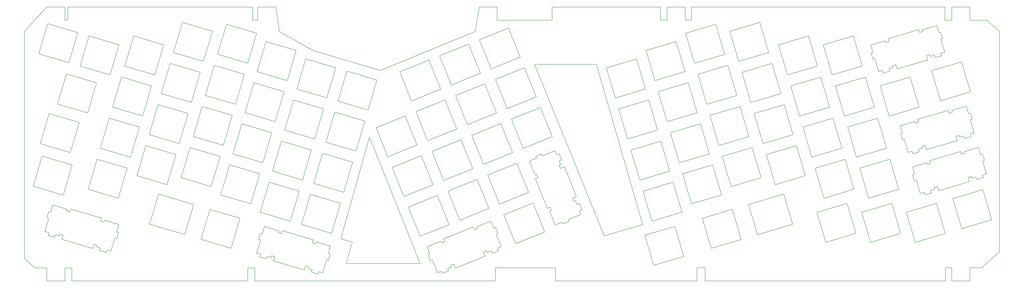
<source format=gm1>
G04 #@! TF.GenerationSoftware,KiCad,Pcbnew,(5.1.5-0-10_14)*
G04 #@! TF.CreationDate,2020-03-08T13:20:43+09:00*
G04 #@! TF.ProjectId,ColiceKeyPlate,436f6c69-6365-44b6-9579-506c6174652e,rev?*
G04 #@! TF.SameCoordinates,Original*
G04 #@! TF.FileFunction,Profile,NP*
%FSLAX46Y46*%
G04 Gerber Fmt 4.6, Leading zero omitted, Abs format (unit mm)*
G04 Created by KiCad (PCBNEW (5.1.5-0-10_14)) date 2020-03-08 13:20:43*
%MOMM*%
%LPD*%
G04 APERTURE LIST*
%ADD10C,0.200000*%
G04 APERTURE END LIST*
D10*
X272371418Y-42157024D02*
X276319234Y-55484653D01*
X276319234Y-55484653D02*
X289646823Y-51536846D01*
X285699008Y-38209217D02*
X272371418Y-42157024D01*
X296492462Y-74647381D02*
X283164873Y-78595188D01*
X300440278Y-87975009D02*
X296492462Y-74647381D01*
X288561464Y-96813808D02*
X292509279Y-110141437D01*
X287112689Y-91922817D02*
X300440278Y-87975009D01*
X283164873Y-78595188D02*
X287112689Y-91922817D01*
X318779580Y-122177750D02*
X332107203Y-118229933D01*
X350944566Y-98152127D02*
X335333785Y-102776246D01*
X305836869Y-106193630D02*
X301889053Y-92866001D01*
X293339025Y-129713509D02*
X306666648Y-125765691D01*
X314831744Y-108850052D02*
X318779580Y-122177750D01*
X335333785Y-102776246D02*
X339281621Y-116103945D01*
X301889053Y-92866001D02*
X288561464Y-96813808D01*
X295043576Y-69756012D02*
X291095760Y-56428383D01*
X291095760Y-56428383D02*
X277768171Y-60376190D01*
X328159367Y-104902234D02*
X314831744Y-108850052D01*
X354892403Y-111479825D02*
X350944566Y-98152127D01*
X339281621Y-116103945D02*
X354892403Y-111479825D01*
X323380992Y-98519197D02*
X319433177Y-85191568D01*
X289391188Y-116385811D02*
X293339025Y-129713509D01*
X289646823Y-51536846D02*
X285699008Y-38209217D01*
X336372403Y-57513598D02*
X349699992Y-53565791D01*
X376696523Y-77803808D02*
X372748708Y-64476179D01*
X351148754Y-58456738D02*
X337821164Y-62404546D01*
X360493160Y-90002987D02*
X356545344Y-76675358D01*
X330975700Y-39294600D02*
X344303290Y-35346793D01*
X359421085Y-68423997D02*
X363368901Y-81751626D01*
X365903243Y-41366234D02*
X361955427Y-28038605D01*
X344303290Y-35346793D02*
X340355474Y-22019164D01*
X337821164Y-62404546D02*
X341768980Y-75732175D01*
X314036586Y-66972948D02*
X300708997Y-70920756D01*
X327597701Y-94793162D02*
X340925291Y-90845354D01*
X310053403Y-102467005D02*
X323380992Y-98519197D01*
X304656812Y-84248385D02*
X317984402Y-80300577D01*
X348627805Y-31986422D02*
X352575621Y-45314051D01*
X363368901Y-81751626D02*
X376696523Y-77803808D01*
X382093114Y-96022428D02*
X378145298Y-82694799D01*
X317984402Y-80300577D02*
X314036586Y-66972948D01*
X312587824Y-62082000D02*
X308640008Y-48754372D01*
X308640008Y-48754372D02*
X295312419Y-52702179D01*
X335528700Y-72626734D02*
X331580884Y-59299105D01*
X345752176Y-40238162D02*
X332424587Y-44185969D01*
X293863532Y-47810810D02*
X307191122Y-43863002D01*
X336977475Y-77517725D02*
X323649885Y-81465533D01*
X289915716Y-34483181D02*
X293863532Y-47810810D01*
X323649885Y-81465533D02*
X327597701Y-94793162D01*
X322201111Y-76574541D02*
X335528700Y-72626734D01*
X340355474Y-22019164D02*
X327027884Y-25966971D01*
X352575621Y-45314051D02*
X365903243Y-41366234D01*
X318253295Y-63246913D02*
X322201111Y-76574541D01*
X312856667Y-45028168D02*
X316804483Y-58355797D01*
X331580884Y-59299105D02*
X318253295Y-63246913D01*
X330132073Y-54407989D02*
X326184257Y-41080361D01*
X307459840Y-26808749D02*
X311407656Y-40136378D01*
X355096570Y-71784367D02*
X351148754Y-58456738D01*
X367352130Y-46257603D02*
X354024507Y-50205420D01*
X382923389Y-115593927D02*
X378975573Y-102266298D01*
X341768980Y-75732175D02*
X355096570Y-71784367D01*
X332424587Y-44185969D02*
X336372403Y-57513598D01*
X368765491Y-99970246D02*
X382093114Y-96022428D01*
X349699992Y-53565791D02*
X345752176Y-40238162D01*
X371299946Y-59585232D02*
X367352130Y-46257603D01*
X327027884Y-25966971D02*
X330975700Y-39294600D01*
X361955427Y-28038605D02*
X348627805Y-31986422D01*
X307191122Y-43863002D02*
X303243306Y-30535374D01*
X316804483Y-58355797D02*
X330132073Y-54407989D01*
X306105587Y-89139376D02*
X310053403Y-102467005D01*
X319433177Y-85191568D02*
X306105587Y-89139376D01*
X300708997Y-70920756D02*
X304656812Y-84248385D01*
X356545344Y-76675358D02*
X343217755Y-80623166D01*
X354024507Y-50205420D02*
X357972323Y-63533049D01*
X378145298Y-82694799D02*
X364817675Y-86642617D01*
X364817675Y-86642617D02*
X368765491Y-99970246D01*
X299260235Y-66029808D02*
X312587824Y-62082000D01*
X295312419Y-52702179D02*
X299260235Y-66029808D01*
X320787429Y-22860941D02*
X307459840Y-26808749D01*
X347165571Y-93950795D02*
X360493160Y-90002987D01*
X357972323Y-63533049D02*
X371299946Y-59585232D01*
X303243306Y-30535374D02*
X289915716Y-34483181D01*
X340925291Y-90845354D02*
X336977475Y-77517725D01*
X311407656Y-40136378D02*
X324735245Y-36188570D01*
X326184257Y-41080361D02*
X312856667Y-45028168D01*
X324735245Y-36188570D02*
X320787429Y-22860941D01*
X372748708Y-64476179D02*
X359421085Y-68423997D01*
X343217755Y-80623166D02*
X347165571Y-93950795D01*
X392990369Y-43875460D02*
X391259011Y-38030483D01*
X415668428Y-36336698D02*
X414211245Y-36768335D01*
X368445238Y-31986438D02*
X372393053Y-45314067D01*
X417953045Y-37699769D02*
X417621201Y-36579482D01*
X412400491Y-25304305D02*
X418781255Y-23414238D01*
X397641994Y-42497587D02*
X397973837Y-43617874D01*
X420541468Y-29356632D02*
X422272826Y-35201609D01*
X410934804Y-59585238D02*
X406986988Y-46257609D01*
X383186334Y-81751642D02*
X396513956Y-77803824D01*
X387169563Y-46257619D02*
X373841940Y-50205436D01*
X422272826Y-35201609D02*
X420543689Y-35713803D01*
X385465383Y-106214132D02*
X389413199Y-119541761D01*
X390465472Y-35351535D02*
X389498797Y-32088089D01*
X420875533Y-36834090D02*
X417953045Y-37699769D01*
X418781255Y-23414238D02*
X419747929Y-26677684D01*
X388582924Y-99970262D02*
X401910547Y-96022444D01*
X397607181Y-63533056D02*
X410934804Y-59585238D01*
X379238518Y-68424013D02*
X383186334Y-81751642D01*
X414766723Y-38643600D02*
X401160160Y-42674043D01*
X392566141Y-64476195D02*
X379238518Y-68424013D01*
X377789756Y-63533065D02*
X391117379Y-59585248D01*
X401160160Y-42674043D02*
X400604683Y-40798778D01*
X385720676Y-41366250D02*
X381772860Y-28038621D01*
X381772860Y-28038621D02*
X368445238Y-31986438D01*
X384635108Y-86642633D02*
X388582924Y-99970262D01*
X397567593Y-30545716D02*
X397192466Y-29279304D01*
X415892063Y-37091676D02*
X415668428Y-36336698D01*
X402740822Y-115593943D02*
X398793006Y-102266314D01*
X397192466Y-29279304D02*
X410799028Y-25248861D01*
X390410932Y-38281695D02*
X389617393Y-35602747D01*
X399147498Y-41230416D02*
X399371132Y-41985393D01*
X391259011Y-38030483D02*
X390410932Y-38281695D01*
X414211245Y-36768335D02*
X414766723Y-38643600D01*
X399371132Y-41985393D02*
X397641994Y-42497587D01*
X400604683Y-40798778D02*
X399147498Y-41230416D01*
X419747929Y-26677684D02*
X420595754Y-26426548D01*
X412631339Y-26083636D02*
X412400491Y-25304305D01*
X420595754Y-26426548D02*
X421389293Y-29105496D01*
X394719507Y-43363266D02*
X392990369Y-43875460D01*
X397973837Y-43617874D02*
X395051350Y-44483553D01*
X369595766Y-119541745D02*
X382923389Y-115593927D01*
X398793006Y-102266314D02*
X385465383Y-106214132D01*
X406986988Y-46257609D02*
X393659366Y-50205427D01*
X365647950Y-106214116D02*
X369595766Y-119541745D01*
X378975573Y-102266298D02*
X365647950Y-106214116D01*
X396513956Y-77803824D02*
X392566141Y-64476195D01*
X391117379Y-59585248D02*
X387169563Y-46257619D01*
X373841940Y-50205436D02*
X377789756Y-63533065D01*
X389498797Y-32088089D02*
X395879561Y-30198022D01*
X389617393Y-35602747D02*
X390465472Y-35351535D01*
X393659366Y-50205427D02*
X397607181Y-63533056D01*
X417621201Y-36579482D02*
X415892063Y-37091676D01*
X410268990Y-65040740D02*
X423875552Y-61010296D01*
X410799028Y-25248861D02*
X411174156Y-26515273D01*
X396110409Y-30977353D02*
X397567593Y-30545716D01*
X372393053Y-45314067D02*
X385720676Y-41366250D01*
X395051350Y-44483553D02*
X394719507Y-43363266D01*
X401910547Y-96022444D02*
X397962731Y-82694815D01*
X411174156Y-26515273D02*
X412631339Y-26083636D01*
X420543689Y-35713803D02*
X420875533Y-36834090D01*
X395879561Y-30198022D02*
X396110409Y-30977353D01*
X389413199Y-119541761D02*
X402740822Y-115593943D01*
X421389293Y-29105496D02*
X420541468Y-29356632D01*
X397962731Y-82694815D02*
X384635108Y-86642633D01*
X410644118Y-66307152D02*
X410268990Y-65040740D01*
X410718518Y-78259023D02*
X411050362Y-79379310D01*
X419080879Y-94789235D02*
X417623694Y-95220873D01*
X425477016Y-61065740D02*
X431857779Y-59175674D01*
X404335535Y-73791918D02*
X403487456Y-74043130D01*
X409735207Y-92020940D02*
X408887128Y-92272152D01*
X435349351Y-70963045D02*
X433620214Y-71475238D01*
X411050362Y-79379310D02*
X408127875Y-80244989D01*
X409186933Y-66738789D02*
X410644118Y-66307152D01*
X406066893Y-79636895D02*
X404335535Y-73791918D01*
X419636356Y-96664500D02*
X419080879Y-94789235D01*
X414355757Y-84188479D02*
X414586605Y-84967810D01*
X433672278Y-62187983D02*
X434465817Y-64866931D01*
X415668662Y-83269761D02*
X429275224Y-79239318D01*
X412224023Y-76991851D02*
X412447657Y-77746829D01*
X408956085Y-65959458D02*
X409186933Y-66738789D01*
X408127875Y-80244989D02*
X407796031Y-79124702D01*
X430697726Y-72340918D02*
X428968587Y-72853111D01*
X432824454Y-62439120D02*
X433672278Y-62187983D01*
X424250680Y-62276708D02*
X425707863Y-61845071D01*
X417623694Y-95220873D02*
X417847328Y-95975850D01*
X411466565Y-97865917D02*
X409735207Y-92020940D01*
X434144625Y-90327155D02*
X432687441Y-90758792D01*
X432687441Y-90758792D02*
X433242919Y-92634057D01*
X402575321Y-67849524D02*
X408956085Y-65959458D01*
X434465817Y-64866931D02*
X433617993Y-65118068D01*
X403541996Y-71112970D02*
X402575321Y-67849524D01*
X402693917Y-71364182D02*
X403541996Y-71112970D01*
X403487456Y-74043130D02*
X402693917Y-71364182D01*
X407796031Y-79124702D02*
X406066893Y-79636895D01*
X412447657Y-77746829D02*
X410718518Y-78259023D01*
X413681207Y-76560214D02*
X412224023Y-76991851D01*
X414236685Y-78435479D02*
X413681207Y-76560214D01*
X427843247Y-74405036D02*
X414236685Y-78435479D01*
X427287770Y-72529771D02*
X427843247Y-74405036D01*
X439017664Y-83347089D02*
X440749022Y-89192066D01*
X439865489Y-83095953D02*
X439017664Y-83347089D01*
X428744953Y-72098134D02*
X427287770Y-72529771D01*
X431029569Y-73461205D02*
X430697726Y-72340918D01*
X433952057Y-72595526D02*
X431029569Y-73461205D01*
X433617993Y-65118068D02*
X435349351Y-70963045D01*
X423875552Y-61010296D02*
X424250680Y-62276708D01*
X414586605Y-84967810D02*
X416043789Y-84536173D01*
X417847328Y-95975850D02*
X416118190Y-96488044D01*
X440749022Y-89192066D02*
X439019885Y-89704260D01*
X407974993Y-86078546D02*
X414355757Y-84188479D01*
X413195703Y-97353723D02*
X411466565Y-97865917D01*
X408941668Y-89341992D02*
X407974993Y-86078546D01*
X416450033Y-97608331D02*
X413527546Y-98474010D01*
X433242919Y-92634057D02*
X419636356Y-96664500D01*
X439019885Y-89704260D02*
X439351729Y-90824547D01*
X408093589Y-89593204D02*
X408941668Y-89341992D01*
X428968587Y-72853111D02*
X428744953Y-72098134D01*
X433620214Y-71475238D02*
X433952057Y-72595526D01*
X436429241Y-91690226D02*
X436097397Y-90569939D01*
X439351729Y-90824547D02*
X436429241Y-91690226D01*
X431857779Y-59175674D02*
X432824454Y-62439120D01*
X425707863Y-61845071D02*
X425477016Y-61065740D01*
X413527546Y-98474010D02*
X413195703Y-97353723D01*
X416118190Y-96488044D02*
X416450033Y-97608331D01*
X436097397Y-90569939D02*
X434368259Y-91082133D01*
X408887128Y-92272152D02*
X408093589Y-89593204D01*
X434368259Y-91082133D02*
X434144625Y-90327155D01*
X416043789Y-84536173D02*
X415668662Y-83269761D01*
X194124446Y-124711989D02*
X192849432Y-121556219D01*
X253148673Y-111351137D02*
X252817332Y-110531040D01*
X439182310Y-96172643D02*
X425854687Y-100120461D01*
X247922242Y-105331338D02*
X247352926Y-103922232D01*
X255407887Y-109484386D02*
X255739228Y-110304483D01*
X258567070Y-101030542D02*
X259242638Y-102702629D01*
X241376797Y-82214735D02*
X241045555Y-81394884D01*
X200238469Y-118022954D02*
X213396086Y-112706924D01*
X433720050Y-52835948D02*
X429772235Y-39508319D01*
X250295040Y-80556558D02*
X251378363Y-80118867D01*
X438224125Y-80668141D02*
X439071950Y-80417005D01*
X255739228Y-110304483D02*
X253148673Y-111351137D01*
X257267687Y-99916403D02*
X257837003Y-101325509D01*
X195171100Y-127302546D02*
X194351003Y-127633887D01*
X241467583Y-89355504D02*
X240713967Y-89659985D01*
X253765050Y-86026121D02*
X259081078Y-99183745D01*
X199019664Y-119063280D02*
X199324145Y-119816897D01*
X243636111Y-80348230D02*
X243967352Y-81168082D01*
X430876687Y-79294762D02*
X437257451Y-77404695D01*
X422558247Y-115593934D02*
X418610431Y-102266305D01*
X429802503Y-113448090D02*
X443130125Y-109500272D01*
X405282808Y-106214123D02*
X409230624Y-119541752D01*
X238221029Y-83489750D02*
X241376797Y-82214735D01*
X418610431Y-102266305D02*
X405282808Y-106214123D01*
X252520167Y-82944930D02*
X251436844Y-83382621D01*
X249619473Y-78884473D02*
X250295040Y-80556558D01*
X247352926Y-103922232D02*
X246128300Y-104417014D01*
X257837003Y-101325509D02*
X258567070Y-101030542D01*
X416444612Y-43456137D02*
X420392428Y-56783766D01*
X259242638Y-102702629D02*
X260325961Y-102264938D01*
X243967352Y-81168082D02*
X249619473Y-78884473D01*
X192849432Y-121556219D02*
X199019664Y-119063280D01*
X241045555Y-81394884D02*
X243636111Y-80348230D01*
X193304349Y-125043330D02*
X194124446Y-124711989D01*
X242036899Y-90764608D02*
X241467583Y-89355504D01*
X251436844Y-83382621D02*
X252112411Y-85054708D01*
X251378363Y-80118867D02*
X252520167Y-82944930D01*
X443130125Y-109500272D02*
X439182310Y-96172643D01*
X251951660Y-86758779D02*
X253765050Y-86026121D01*
X200733250Y-119247581D02*
X200238469Y-118022954D01*
X260384441Y-105528691D02*
X261060008Y-107200777D01*
X246128300Y-104417014D02*
X240812273Y-91259390D01*
X259081078Y-99183745D02*
X257267687Y-99916403D01*
X439071950Y-80417005D02*
X439865489Y-83095953D01*
X437257451Y-77404695D02*
X438224125Y-80668141D01*
X431107535Y-80074093D02*
X430876687Y-79294762D01*
X429650352Y-80505730D02*
X431107535Y-80074093D01*
X252817332Y-110531040D02*
X249661564Y-111806054D01*
X240713967Y-89659985D02*
X238221029Y-83489750D01*
X260325961Y-102264938D02*
X261467764Y-105090999D01*
X252112411Y-85054708D02*
X251382344Y-85349675D01*
X251382344Y-85349675D02*
X251951660Y-86758779D01*
X429275224Y-79239318D02*
X429650352Y-80505730D01*
X409230624Y-119541752D02*
X422558247Y-115593934D01*
X420392428Y-56783766D02*
X433720050Y-52835948D01*
X247168626Y-105635819D02*
X247922242Y-105331338D01*
X261467764Y-105090999D02*
X260384441Y-105528691D01*
X199324145Y-119816897D02*
X200733250Y-119247581D01*
X429772235Y-39508319D02*
X416444612Y-43456137D01*
X425854687Y-100120461D02*
X429802503Y-113448090D01*
X249661564Y-111806054D02*
X247168626Y-105635819D01*
X194351003Y-127633887D02*
X193304349Y-125043330D01*
X261060008Y-107200777D02*
X255407887Y-109484386D01*
X240812273Y-91259390D02*
X242036899Y-90764608D01*
X222440737Y-113271449D02*
X223260588Y-112940207D01*
X215299972Y-113362235D02*
X214995491Y-112608618D01*
X180805553Y-43963505D02*
X193693434Y-38756455D01*
X202636111Y-111615180D02*
X189748229Y-116822230D01*
X215047237Y-91608946D02*
X220254011Y-104496159D01*
X190311301Y-81110220D02*
X195518075Y-93997433D01*
X200811240Y-56373633D02*
X206018014Y-69260847D01*
X193693434Y-38756455D02*
X198900349Y-51644014D01*
X197454707Y-132954669D02*
X195171100Y-127302546D01*
X189748229Y-116822230D02*
X184541454Y-103935016D01*
X187923358Y-61580683D02*
X200811240Y-56373633D01*
X203329973Y-129731663D02*
X203624939Y-130461730D01*
X213890868Y-113931551D02*
X215299972Y-113362235D01*
X220254011Y-104496159D02*
X207366130Y-109703209D01*
X244972599Y-114951223D02*
X232084717Y-120158272D01*
X199126792Y-132279102D02*
X197454707Y-132954669D01*
X177423419Y-86317269D02*
X190311301Y-81110220D01*
X223487390Y-115862006D02*
X225770998Y-121514129D01*
X224307241Y-115530764D02*
X223487390Y-115862006D01*
X199564484Y-133362426D02*
X199126792Y-132279102D01*
X202390544Y-132220622D02*
X199564484Y-133362426D01*
X201952853Y-131137298D02*
X202390544Y-132220622D01*
X198900349Y-51644014D02*
X186012467Y-56851064D01*
X217866884Y-84967916D02*
X212660109Y-72080703D01*
X203624939Y-130461730D02*
X201952853Y-131137298D01*
X204739078Y-129162347D02*
X203329973Y-129731663D01*
X221165723Y-110115679D02*
X222440737Y-113271449D01*
X218629353Y-125659708D02*
X205471736Y-130975738D01*
X170305457Y-68699704D02*
X183193339Y-63492654D01*
X224098913Y-122189696D02*
X224536605Y-123273020D01*
X213136075Y-86878657D02*
X200248194Y-92085707D01*
X223260588Y-112940207D02*
X224307241Y-115530764D01*
X232084717Y-120158272D02*
X226895999Y-107315751D01*
X205471736Y-130975738D02*
X204739078Y-129162347D01*
X224536605Y-123273020D02*
X221710543Y-124414824D01*
X207366130Y-109703209D02*
X202159355Y-96815995D01*
X202159355Y-96815995D02*
X215047237Y-91608946D01*
X184541454Y-103935016D02*
X197429336Y-98727967D01*
X219305799Y-123277001D02*
X217896695Y-123846317D01*
X221272852Y-123331501D02*
X219600766Y-124007068D01*
X226895999Y-107315751D02*
X239783881Y-102108702D01*
X217896695Y-123846317D02*
X218629353Y-125659708D01*
X188400114Y-76379868D02*
X175512232Y-81586917D01*
X219600766Y-124007068D02*
X219305799Y-123277001D01*
X195041419Y-79198493D02*
X207929301Y-73991444D01*
X225770998Y-121514129D02*
X224098913Y-122189696D01*
X214995491Y-112608618D02*
X221165723Y-110115679D01*
X213396086Y-112706924D02*
X213890868Y-113931551D01*
X195518075Y-93997433D02*
X182630194Y-99204482D01*
X175512232Y-81586917D02*
X170305457Y-68699704D01*
X237872800Y-97378614D02*
X224984919Y-102585663D01*
X183193339Y-63492654D02*
X188400114Y-76379868D01*
X206018014Y-69260847D02*
X193130133Y-74467896D01*
X186012467Y-56851064D02*
X180805553Y-43963505D01*
X193130133Y-74467896D02*
X187923358Y-61580683D01*
X239783881Y-102108702D02*
X244972599Y-114951223D01*
X224984919Y-102585663D02*
X219778144Y-89698450D01*
X182630194Y-99204482D02*
X177423419Y-86317269D01*
X219778144Y-89698450D02*
X232666026Y-84491400D01*
X232666026Y-84491400D02*
X237872800Y-97378614D01*
X197429336Y-98727967D02*
X202636111Y-111615180D01*
X200248194Y-92085707D02*
X195041419Y-79198493D01*
X207929301Y-73991444D02*
X213136075Y-86878657D01*
X221710543Y-124414824D02*
X221272852Y-123331501D01*
X32351566Y-130837910D02*
X35445016Y-130837910D01*
X24351575Y-130835371D02*
X24351575Y-136619917D01*
X32351566Y-136619917D02*
X32351566Y-130837910D01*
X281715986Y-73703819D02*
X295043576Y-69756012D01*
X292509279Y-110141437D02*
X305836869Y-106193630D01*
X332107203Y-118229933D02*
X328159367Y-104902234D01*
X302718811Y-112437993D02*
X289391188Y-116385811D01*
X306666648Y-125765691D02*
X302718811Y-112437993D01*
X189745306Y-128919445D02*
X167349354Y-72802780D01*
X277768171Y-60376190D02*
X281715986Y-73703819D01*
X214137733Y-26076500D02*
X172215685Y-43299720D01*
X299287989Y-21027995D02*
X296416971Y-21027995D01*
X115637625Y-21027995D02*
X115637625Y-15207169D01*
X125849423Y-15207169D02*
X117849427Y-15207169D01*
X216042360Y-15207169D02*
X214137733Y-26076500D01*
X296416971Y-15207169D02*
X248308549Y-15207169D01*
X159745303Y-119452663D02*
X157001550Y-128919445D01*
X117849427Y-21027995D02*
X115637625Y-21027995D01*
X299287989Y-15207169D02*
X299287989Y-21027995D01*
X33637395Y-21027995D02*
X32349219Y-21027995D01*
X14510000Y-126727664D02*
X18925590Y-130835371D01*
X14510000Y-25879360D02*
X14510000Y-126727664D01*
X296416971Y-21027995D02*
X296416971Y-15207169D01*
X422327087Y-15207169D02*
X309987160Y-15207169D01*
X433448663Y-15207169D02*
X425411918Y-15207169D01*
X35445016Y-130837910D02*
X35445016Y-136625244D01*
X116582896Y-130841720D02*
X116582896Y-136619917D01*
X113393490Y-130841464D02*
X116582896Y-130841720D01*
X35445016Y-136625244D02*
X113393490Y-136625244D01*
X223946638Y-15207169D02*
X216042360Y-15207169D01*
X167349354Y-72802780D02*
X154686000Y-117919500D01*
X433448663Y-21027995D02*
X433448663Y-15207169D01*
X446510000Y-25909044D02*
X440888279Y-21027995D01*
X32349219Y-21027995D02*
X32349219Y-15207169D01*
X127376193Y-26076500D02*
X125849423Y-15207169D01*
X157001550Y-128919445D02*
X189745306Y-128919445D01*
X32349219Y-15207169D02*
X24349227Y-15207169D01*
X440888279Y-21027995D02*
X433448663Y-21027995D01*
X438739583Y-130830299D02*
X446510000Y-123797459D01*
X142336771Y-34565944D02*
X127376193Y-26076500D01*
X309987160Y-21027995D02*
X307288255Y-21027995D01*
X24351575Y-136619917D02*
X32351566Y-136619917D01*
X18925590Y-130835371D02*
X24351575Y-130835371D01*
X117849427Y-15207169D02*
X117849427Y-21027995D01*
X307288255Y-15207169D02*
X299287989Y-15207169D01*
X271441826Y-116652840D02*
X240513390Y-40652746D01*
X267911705Y-40653009D02*
X288460412Y-111665994D01*
X105357393Y-85178994D02*
X118684982Y-89126802D01*
X148342352Y-127153779D02*
X146606246Y-132997362D01*
X149985688Y-124727295D02*
X149189973Y-127405604D01*
X92683425Y-118217376D02*
X96631261Y-104889678D01*
X129746994Y-69743438D02*
X133694809Y-56415809D01*
X122901516Y-92853427D02*
X136229106Y-96801235D01*
X152419151Y-42144451D02*
X148471335Y-55472080D01*
X109958884Y-108837495D02*
X106011047Y-122165194D01*
X69896928Y-111466885D02*
X73844765Y-98139186D01*
X124081573Y-70908182D02*
X120133757Y-84235811D01*
X130927037Y-47798237D02*
X117599448Y-43850429D01*
X133694809Y-56415809D02*
X147022399Y-60363617D01*
X141625696Y-78582615D02*
X137677880Y-91910244D01*
X114737166Y-102454431D02*
X101409577Y-98506623D01*
X142416007Y-118397771D02*
X142039851Y-119663881D01*
X106011047Y-122165194D02*
X92683425Y-118217376D01*
X118953700Y-106181056D02*
X122901516Y-92853427D01*
X143074583Y-73691246D02*
X129746994Y-69743438D01*
X132281290Y-110128864D02*
X118953700Y-106181056D01*
X124350291Y-87962436D02*
X128298107Y-74634807D01*
X137677880Y-91910244D02*
X124350291Y-87962436D01*
X125530335Y-66017235D02*
X112202745Y-62069427D01*
X128298107Y-74634807D02*
X141625696Y-78582615D01*
X135143746Y-51524272D02*
X139091562Y-38196643D01*
X118684982Y-89126802D02*
X114737166Y-102454431D01*
X106806168Y-80288003D02*
X110753983Y-66960374D01*
X83865279Y-90832780D02*
X87813095Y-77505151D01*
X121547263Y-30522800D02*
X134874853Y-34470608D01*
X136229106Y-96801235D02*
X132281290Y-110128864D01*
X112202745Y-62069427D02*
X116150561Y-48741798D01*
X85509801Y-116091624D02*
X69896928Y-111466885D01*
X143728165Y-119317556D02*
X150107394Y-121212802D01*
X139091562Y-38196643D02*
X152419151Y-42144451D01*
X96631261Y-104889678D02*
X109958884Y-108837495D01*
X110753983Y-66960374D02*
X124081573Y-70908182D01*
X144877525Y-132483765D02*
X144544771Y-133603785D01*
X142039851Y-119663881D02*
X143496684Y-120096701D01*
X89457638Y-102763925D02*
X85509801Y-116091624D01*
X147022399Y-60363617D02*
X143074583Y-73691246D01*
X73844765Y-98139186D02*
X89457638Y-102763925D01*
X117599448Y-43850429D02*
X121547263Y-30522800D01*
X134874853Y-34470608D02*
X130927037Y-47798237D01*
X146606246Y-132997362D02*
X144877525Y-132483765D01*
X143496684Y-120096701D02*
X143728165Y-119317556D01*
X129478150Y-52689606D02*
X125530335Y-66017235D01*
X149189973Y-127405604D02*
X148342352Y-127153779D01*
X149138068Y-124475470D02*
X149985688Y-124727295D01*
X101409577Y-98506623D02*
X105357393Y-85178994D01*
X120133757Y-84235811D02*
X106806168Y-80288003D01*
X116150561Y-48741798D02*
X129478150Y-52689606D01*
X150107394Y-121212802D02*
X149138068Y-124475470D01*
X148471335Y-55472080D02*
X135143746Y-51524272D01*
X69693997Y-71771792D02*
X73641813Y-58444164D01*
X34754644Y-79710129D02*
X21427021Y-75762311D01*
X29106792Y-58220046D02*
X33054608Y-44892418D01*
X59972378Y-86629890D02*
X56024563Y-99957519D01*
X75090575Y-53553216D02*
X79038391Y-40225587D01*
X76162249Y-31973696D02*
X72214433Y-45301325D01*
X43017706Y-28026046D02*
X56345329Y-31973864D01*
X93814867Y-39282026D02*
X80487277Y-35334218D01*
X88418164Y-57501024D02*
X75090575Y-53553216D01*
X80487277Y-35334218D02*
X84435093Y-22006589D01*
X46382231Y-48840235D02*
X42434415Y-62167864D01*
X64297407Y-89990413D02*
X68245222Y-76662784D01*
X77624996Y-93938220D02*
X64297407Y-89990413D01*
X61421153Y-81738899D02*
X48093564Y-77791091D01*
X42434415Y-62167864D02*
X29106792Y-58220046D01*
X53490141Y-59572515D02*
X57437957Y-46244886D01*
X57437957Y-46244886D02*
X70765547Y-50192694D01*
X58886844Y-41353517D02*
X62834660Y-28025888D01*
X56024563Y-99957519D02*
X42696973Y-96009712D01*
X35589062Y-85277432D02*
X31641246Y-98605061D01*
X18313624Y-94657243D02*
X22261440Y-81329614D01*
X22261440Y-81329614D02*
X35589062Y-85277432D01*
X20804253Y-35943180D02*
X24752069Y-22615551D01*
X25374837Y-62434682D02*
X38702460Y-66382500D01*
X52397513Y-45301493D02*
X39069891Y-41353675D01*
X56345329Y-31973864D02*
X52397513Y-45301493D01*
X46644789Y-82682083D02*
X59972378Y-86629890D01*
X70765547Y-50192694D02*
X66817731Y-63520323D01*
X93209685Y-59286531D02*
X106537275Y-63234339D01*
X81572812Y-80610591D02*
X77624996Y-93938220D01*
X39069891Y-41353675D02*
X43017706Y-28026046D01*
X111933902Y-45015595D02*
X107986086Y-58343223D01*
X42696973Y-96009712D02*
X46644789Y-82682083D01*
X31641246Y-98605061D02*
X18313624Y-94657243D01*
X68245222Y-76662784D02*
X81572812Y-80610591D01*
X72214433Y-45301325D02*
X58886844Y-41353517D01*
X62834660Y-28025888D02*
X76162249Y-31973696D01*
X92365980Y-44173395D02*
X88418164Y-57501024D01*
X104003140Y-22848367D02*
X117330729Y-26796175D01*
X89261869Y-72614160D02*
X93209685Y-59286531D01*
X83021587Y-75719600D02*
X69693997Y-71771792D01*
X66817731Y-63520323D02*
X53490141Y-59572515D01*
X97192868Y-94780588D02*
X83865279Y-90832780D01*
X100055324Y-36175996D02*
X104003140Y-22848367D01*
X101140684Y-81452959D02*
X97192868Y-94780588D01*
X87813095Y-77505151D02*
X101140684Y-81452959D01*
X102589459Y-76561968D02*
X89261869Y-72614160D01*
X106537275Y-63234339D02*
X102589459Y-76561968D01*
X94658497Y-54395416D02*
X98606313Y-41067787D01*
X107986086Y-58343223D02*
X94658497Y-54395416D01*
X98606313Y-41067787D02*
X111933902Y-45015595D01*
X84435093Y-22006589D02*
X97762682Y-25954397D01*
X79038391Y-40225587D02*
X92365980Y-44173395D01*
X33054608Y-44892418D02*
X46382231Y-48840235D01*
X113382914Y-40123804D02*
X100055324Y-36175996D01*
X38702460Y-66382500D02*
X34754644Y-79710129D01*
X86969402Y-62391971D02*
X83021587Y-75719600D01*
X97762682Y-25954397D02*
X93814867Y-39282026D01*
X48093564Y-77791091D02*
X52041380Y-64463463D01*
X65368969Y-68411270D02*
X61421153Y-81738899D01*
X117330729Y-26796175D02*
X113382914Y-40123804D01*
X21427021Y-75762311D02*
X25374837Y-62434682D01*
X52041380Y-64463463D02*
X65368969Y-68411270D01*
X73641813Y-58444164D02*
X86969402Y-62391971D01*
X34602604Y-106056049D02*
X33145421Y-105624412D01*
X33145421Y-105624412D02*
X33376269Y-104845081D01*
X48134766Y-122038363D02*
X47802922Y-123158650D01*
X27823715Y-117240546D02*
X28155559Y-116120258D01*
X50725410Y-124024330D02*
X51057253Y-122904042D01*
X56277963Y-111628865D02*
X49897199Y-109738798D01*
X55311288Y-114892311D02*
X56277963Y-111628865D01*
X34131876Y-39890998D02*
X20804253Y-35943180D01*
X38079691Y-26563369D02*
X34131876Y-39890998D01*
X24901227Y-116374866D02*
X27823715Y-117240546D01*
X24752069Y-22615551D02*
X38079691Y-26563369D01*
X46405627Y-121526169D02*
X48134766Y-122038363D01*
X48584294Y-108820080D02*
X34977732Y-104789637D01*
X48209167Y-110086492D02*
X48584294Y-108820080D01*
X33376269Y-104845081D02*
X26995505Y-102955015D01*
X30108331Y-115877474D02*
X31565515Y-116309111D01*
X49666351Y-110518129D02*
X48209167Y-110086492D01*
X26028830Y-106218461D02*
X25181006Y-105967324D01*
X49897199Y-109738798D02*
X49666351Y-110518129D01*
X25235291Y-108897409D02*
X23503934Y-114742386D01*
X24387467Y-108646272D02*
X25235291Y-108897409D01*
X25181006Y-105967324D02*
X24387467Y-108646272D01*
X51057253Y-122904042D02*
X52786391Y-123416236D01*
X44616599Y-122214819D02*
X45172077Y-120339555D01*
X31565515Y-116309111D02*
X31010037Y-118184376D01*
X31010037Y-118184376D02*
X44616599Y-122214819D01*
X26995505Y-102955015D02*
X26028830Y-106218461D01*
X54517749Y-117571259D02*
X55365828Y-117822471D01*
X56159367Y-115143523D02*
X55311288Y-114892311D01*
X55365828Y-117822471D02*
X56159367Y-115143523D01*
X25233070Y-115254579D02*
X24901227Y-116374866D01*
X52786391Y-123416236D02*
X54517749Y-117571259D01*
X47802922Y-123158650D02*
X50725410Y-124024330D01*
X46629261Y-120771192D02*
X46405627Y-121526169D01*
X45172077Y-120339555D02*
X46629261Y-120771192D01*
X29884697Y-116632452D02*
X30108331Y-115877474D01*
X34977732Y-104789637D02*
X34602604Y-106056049D01*
X28155559Y-116120258D02*
X29884697Y-116632452D01*
X23503934Y-114742386D02*
X25233070Y-115254579D01*
X118219061Y-118204255D02*
X119014777Y-115525946D01*
X124834140Y-127747826D02*
X125391141Y-125873008D01*
X119066936Y-118456156D02*
X118219061Y-118204255D01*
X144544771Y-133603785D02*
X141622986Y-132735733D01*
X123934307Y-125440188D02*
X123710060Y-126194985D01*
X140227017Y-131102116D02*
X140451264Y-130347318D01*
X128812717Y-114356281D02*
X142416007Y-118397771D01*
X140451264Y-130347318D02*
X138994431Y-129914498D01*
X123710060Y-126194985D02*
X121981337Y-125681388D01*
X141167050Y-98263919D02*
X154494640Y-102211727D01*
X166736869Y-60882572D02*
X153409280Y-56934764D01*
X210748922Y-67350350D02*
X205542147Y-54463137D01*
X150546824Y-115539356D02*
X137219234Y-111591548D01*
X218430029Y-49256088D02*
X223636803Y-62143301D01*
X205542147Y-54463137D02*
X218430029Y-49256088D01*
X236047944Y-42137061D02*
X241254719Y-55024274D01*
X241254719Y-55024274D02*
X228366837Y-60231323D01*
X223160063Y-47344110D02*
X236047944Y-42137061D01*
X198424026Y-36845176D02*
X211311907Y-31638127D01*
X203631073Y-49733064D02*
X198424026Y-36845176D01*
X138994431Y-129914498D02*
X138437430Y-131789316D01*
X216518954Y-44526014D02*
X203631073Y-49733064D01*
X211311907Y-31638127D02*
X216518954Y-44526014D01*
X235484898Y-77849134D02*
X230278124Y-64961921D01*
X230278124Y-64961921D02*
X243166005Y-59754872D01*
X116582896Y-136619917D02*
X124582891Y-136619917D01*
X288460412Y-111665994D02*
X271441826Y-116652840D01*
X113393490Y-136625244D02*
X113393490Y-130841464D01*
X142615825Y-93372928D02*
X146563641Y-80045299D01*
X141622986Y-132735733D02*
X141955739Y-131615713D01*
X157357095Y-43607135D02*
X170684685Y-47554943D01*
X137219234Y-111591548D02*
X141167050Y-98263919D01*
X119014777Y-115525946D02*
X119862652Y-115777846D01*
X165287933Y-65774109D02*
X161340117Y-79101738D01*
X146563641Y-80045299D02*
X159891230Y-83993107D01*
X120831978Y-112515179D02*
X127211208Y-114410425D01*
X128436561Y-115622391D02*
X128812717Y-114356281D01*
X126979727Y-115189570D02*
X128436561Y-115622391D01*
X127211208Y-114410425D02*
X126979727Y-115189570D01*
X121981337Y-125681388D02*
X121648583Y-126801408D01*
X138437430Y-131789316D02*
X124834140Y-127747826D01*
X161340117Y-79101738D02*
X148012527Y-75153930D01*
X121648583Y-126801408D02*
X118726799Y-125933356D01*
X125391141Y-125873008D02*
X123934307Y-125440188D01*
X141955739Y-131615713D02*
X140227017Y-131102116D01*
X119059552Y-124813336D02*
X117330830Y-124299739D01*
X148012527Y-75153930D02*
X151960343Y-61826301D01*
X119862652Y-115777846D02*
X120831978Y-112515179D01*
X228930139Y-24519883D02*
X234137053Y-37407442D01*
X230754765Y-79760866D02*
X217866884Y-84967916D01*
X225547991Y-66873653D02*
X230754765Y-79760866D01*
X212660109Y-72080703D02*
X225547991Y-66873653D01*
X234137053Y-37407442D02*
X221249172Y-42614491D01*
X223636803Y-62143301D02*
X210748922Y-67350350D01*
X248372780Y-72642085D02*
X235484898Y-77849134D01*
X243166005Y-59754872D02*
X248372780Y-72642085D01*
X221249172Y-42614491D02*
X216042257Y-29726932D01*
X118726799Y-125933356D02*
X119059552Y-124813336D01*
X228366837Y-60231323D02*
X223160063Y-47344110D01*
X216042257Y-29726932D02*
X228930139Y-24519883D01*
X154494640Y-102211727D02*
X150546824Y-115539356D01*
X155943414Y-97320736D02*
X142615825Y-93372928D01*
X117330830Y-124299739D02*
X119066936Y-118456156D01*
X159891230Y-83993107D02*
X155943414Y-97320736D01*
X151960343Y-61826301D02*
X165287933Y-65774109D01*
X153409280Y-56934764D02*
X157357095Y-43607135D01*
X170684685Y-47554943D02*
X166736869Y-60882572D01*
X223160175Y-136625244D02*
X223160175Y-130830299D01*
X312469642Y-136625244D02*
X312469642Y-130833342D01*
X215160195Y-136625244D02*
X223160175Y-136625244D01*
X422624330Y-130830299D02*
X425448429Y-130830299D01*
X433448663Y-136625244D02*
X433448663Y-130830299D01*
X223160175Y-130830299D02*
X249703664Y-130830299D01*
X304469376Y-136625244D02*
X312469642Y-136625244D01*
X425448429Y-130830299D02*
X425448429Y-136625244D01*
X249703664Y-130830299D02*
X249703664Y-136625244D01*
X422624330Y-136625244D02*
X422624330Y-130830299D01*
X433448663Y-130830299D02*
X438739583Y-130830299D01*
X316073392Y-136625244D02*
X422624330Y-136625244D01*
X316073392Y-130833342D02*
X316073392Y-136625244D01*
X249703664Y-136625244D02*
X304469376Y-136625244D01*
X312469642Y-130833342D02*
X316073392Y-130833342D01*
X124582891Y-136619917D02*
X215160195Y-136625244D01*
X425448429Y-136625244D02*
X433448663Y-136625244D01*
X172215685Y-43299720D02*
X142336771Y-34565944D01*
X223946638Y-21027995D02*
X223946638Y-15207169D01*
X425411918Y-15207169D02*
X425411918Y-21027995D01*
X248308549Y-15207169D02*
X248308549Y-21027995D01*
X307288255Y-21027995D02*
X307288255Y-15207169D01*
X425411918Y-21027995D02*
X422327087Y-21027995D01*
X240513390Y-40652746D02*
X267911705Y-40653009D01*
X115637625Y-15207169D02*
X33637395Y-15207169D01*
X24349227Y-15207169D02*
X14510000Y-25879360D01*
X446510000Y-123797459D02*
X446510000Y-25909044D01*
X33637395Y-15207169D02*
X33637395Y-21027995D01*
X248308549Y-21027995D02*
X223946638Y-21027995D01*
X309987160Y-15207169D02*
X309987160Y-21027995D01*
X422327087Y-21027995D02*
X422327087Y-15207169D01*
X154686000Y-117919500D02*
X159745303Y-119452663D01*
M02*

</source>
